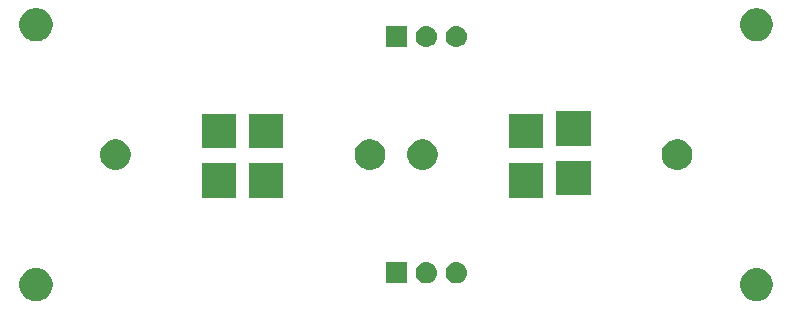
<source format=gts>
G04 #@! TF.GenerationSoftware,KiCad,Pcbnew,5.1.4-e60b266~84~ubuntu18.04.1*
G04 #@! TF.CreationDate,2019-09-12T19:10:06+05:30*
G04 #@! TF.ProjectId,SenseCam_SFH4715AS_rev1,53656e73-6543-4616-9d5f-534648343731,rev?*
G04 #@! TF.SameCoordinates,Original*
G04 #@! TF.FileFunction,Soldermask,Top*
G04 #@! TF.FilePolarity,Negative*
%FSLAX46Y46*%
G04 Gerber Fmt 4.6, Leading zero omitted, Abs format (unit mm)*
G04 Created by KiCad (PCBNEW 5.1.4-e60b266~84~ubuntu18.04.1) date 2019-09-12 19:10:06*
%MOMM*%
%LPD*%
G04 APERTURE LIST*
%ADD10C,0.100000*%
G04 APERTURE END LIST*
D10*
G36*
X73318433Y-32634893D02*
G01*
X73408657Y-32652839D01*
X73514267Y-32696585D01*
X73663621Y-32758449D01*
X73663622Y-32758450D01*
X73893086Y-32911772D01*
X74088228Y-33106914D01*
X74134807Y-33176625D01*
X74241551Y-33336379D01*
X74347161Y-33591344D01*
X74401000Y-33862012D01*
X74401000Y-34137988D01*
X74347161Y-34408656D01*
X74241551Y-34663621D01*
X74241550Y-34663622D01*
X74088228Y-34893086D01*
X73893086Y-35088228D01*
X73739763Y-35190675D01*
X73663621Y-35241551D01*
X73514267Y-35303415D01*
X73408657Y-35347161D01*
X73318433Y-35365107D01*
X73137988Y-35401000D01*
X72862012Y-35401000D01*
X72681567Y-35365107D01*
X72591343Y-35347161D01*
X72485733Y-35303415D01*
X72336379Y-35241551D01*
X72260237Y-35190675D01*
X72106914Y-35088228D01*
X71911772Y-34893086D01*
X71758450Y-34663622D01*
X71758449Y-34663621D01*
X71652839Y-34408656D01*
X71599000Y-34137988D01*
X71599000Y-33862012D01*
X71652839Y-33591344D01*
X71758449Y-33336379D01*
X71865193Y-33176625D01*
X71911772Y-33106914D01*
X72106914Y-32911772D01*
X72336378Y-32758450D01*
X72336379Y-32758449D01*
X72485733Y-32696585D01*
X72591343Y-32652839D01*
X72681567Y-32634893D01*
X72862012Y-32599000D01*
X73137988Y-32599000D01*
X73318433Y-32634893D01*
X73318433Y-32634893D01*
G37*
G36*
X12318433Y-32634893D02*
G01*
X12408657Y-32652839D01*
X12514267Y-32696585D01*
X12663621Y-32758449D01*
X12663622Y-32758450D01*
X12893086Y-32911772D01*
X13088228Y-33106914D01*
X13134807Y-33176625D01*
X13241551Y-33336379D01*
X13347161Y-33591344D01*
X13401000Y-33862012D01*
X13401000Y-34137988D01*
X13347161Y-34408656D01*
X13241551Y-34663621D01*
X13241550Y-34663622D01*
X13088228Y-34893086D01*
X12893086Y-35088228D01*
X12739763Y-35190675D01*
X12663621Y-35241551D01*
X12514267Y-35303415D01*
X12408657Y-35347161D01*
X12318433Y-35365107D01*
X12137988Y-35401000D01*
X11862012Y-35401000D01*
X11681567Y-35365107D01*
X11591343Y-35347161D01*
X11485733Y-35303415D01*
X11336379Y-35241551D01*
X11260237Y-35190675D01*
X11106914Y-35088228D01*
X10911772Y-34893086D01*
X10758450Y-34663622D01*
X10758449Y-34663621D01*
X10652839Y-34408656D01*
X10599000Y-34137988D01*
X10599000Y-33862012D01*
X10652839Y-33591344D01*
X10758449Y-33336379D01*
X10865193Y-33176625D01*
X10911772Y-33106914D01*
X11106914Y-32911772D01*
X11336378Y-32758450D01*
X11336379Y-32758449D01*
X11485733Y-32696585D01*
X11591343Y-32652839D01*
X11681567Y-32634893D01*
X11862012Y-32599000D01*
X12137988Y-32599000D01*
X12318433Y-32634893D01*
X12318433Y-32634893D01*
G37*
G36*
X43401000Y-33901000D02*
G01*
X41599000Y-33901000D01*
X41599000Y-32099000D01*
X43401000Y-32099000D01*
X43401000Y-33901000D01*
X43401000Y-33901000D01*
G37*
G36*
X45150443Y-32105519D02*
G01*
X45216627Y-32112037D01*
X45386466Y-32163557D01*
X45542991Y-32247222D01*
X45578729Y-32276552D01*
X45680186Y-32359814D01*
X45763448Y-32461271D01*
X45792778Y-32497009D01*
X45876443Y-32653534D01*
X45927963Y-32823373D01*
X45945359Y-33000000D01*
X45927963Y-33176627D01*
X45876443Y-33346466D01*
X45792778Y-33502991D01*
X45763448Y-33538729D01*
X45680186Y-33640186D01*
X45578729Y-33723448D01*
X45542991Y-33752778D01*
X45386466Y-33836443D01*
X45216627Y-33887963D01*
X45150442Y-33894482D01*
X45084260Y-33901000D01*
X44995740Y-33901000D01*
X44929558Y-33894482D01*
X44863373Y-33887963D01*
X44693534Y-33836443D01*
X44537009Y-33752778D01*
X44501271Y-33723448D01*
X44399814Y-33640186D01*
X44316552Y-33538729D01*
X44287222Y-33502991D01*
X44203557Y-33346466D01*
X44152037Y-33176627D01*
X44134641Y-33000000D01*
X44152037Y-32823373D01*
X44203557Y-32653534D01*
X44287222Y-32497009D01*
X44316552Y-32461271D01*
X44399814Y-32359814D01*
X44501271Y-32276552D01*
X44537009Y-32247222D01*
X44693534Y-32163557D01*
X44863373Y-32112037D01*
X44929557Y-32105519D01*
X44995740Y-32099000D01*
X45084260Y-32099000D01*
X45150443Y-32105519D01*
X45150443Y-32105519D01*
G37*
G36*
X47690443Y-32105519D02*
G01*
X47756627Y-32112037D01*
X47926466Y-32163557D01*
X48082991Y-32247222D01*
X48118729Y-32276552D01*
X48220186Y-32359814D01*
X48303448Y-32461271D01*
X48332778Y-32497009D01*
X48416443Y-32653534D01*
X48467963Y-32823373D01*
X48485359Y-33000000D01*
X48467963Y-33176627D01*
X48416443Y-33346466D01*
X48332778Y-33502991D01*
X48303448Y-33538729D01*
X48220186Y-33640186D01*
X48118729Y-33723448D01*
X48082991Y-33752778D01*
X47926466Y-33836443D01*
X47756627Y-33887963D01*
X47690442Y-33894482D01*
X47624260Y-33901000D01*
X47535740Y-33901000D01*
X47469558Y-33894482D01*
X47403373Y-33887963D01*
X47233534Y-33836443D01*
X47077009Y-33752778D01*
X47041271Y-33723448D01*
X46939814Y-33640186D01*
X46856552Y-33538729D01*
X46827222Y-33502991D01*
X46743557Y-33346466D01*
X46692037Y-33176627D01*
X46674641Y-33000000D01*
X46692037Y-32823373D01*
X46743557Y-32653534D01*
X46827222Y-32497009D01*
X46856552Y-32461271D01*
X46939814Y-32359814D01*
X47041271Y-32276552D01*
X47077009Y-32247222D01*
X47233534Y-32163557D01*
X47403373Y-32112037D01*
X47469557Y-32105519D01*
X47535740Y-32099000D01*
X47624260Y-32099000D01*
X47690443Y-32105519D01*
X47690443Y-32105519D01*
G37*
G36*
X54951000Y-26651000D02*
G01*
X52049000Y-26651000D01*
X52049000Y-23749000D01*
X54951000Y-23749000D01*
X54951000Y-26651000D01*
X54951000Y-26651000D01*
G37*
G36*
X32951000Y-26651000D02*
G01*
X30049000Y-26651000D01*
X30049000Y-23749000D01*
X32951000Y-23749000D01*
X32951000Y-26651000D01*
X32951000Y-26651000D01*
G37*
G36*
X28951000Y-26651000D02*
G01*
X26049000Y-26651000D01*
X26049000Y-23749000D01*
X28951000Y-23749000D01*
X28951000Y-26651000D01*
X28951000Y-26651000D01*
G37*
G36*
X58951000Y-26451000D02*
G01*
X56049000Y-26451000D01*
X56049000Y-23549000D01*
X58951000Y-23549000D01*
X58951000Y-26451000D01*
X58951000Y-26451000D01*
G37*
G36*
X40654487Y-21748996D02*
G01*
X40891253Y-21847068D01*
X40891255Y-21847069D01*
X41104339Y-21989447D01*
X41285553Y-22170661D01*
X41427932Y-22383747D01*
X41526004Y-22620513D01*
X41576000Y-22871861D01*
X41576000Y-23128139D01*
X41526004Y-23379487D01*
X41455789Y-23549000D01*
X41427931Y-23616255D01*
X41285553Y-23829339D01*
X41104339Y-24010553D01*
X40891255Y-24152931D01*
X40891254Y-24152932D01*
X40891253Y-24152932D01*
X40654487Y-24251004D01*
X40403139Y-24301000D01*
X40146861Y-24301000D01*
X39895513Y-24251004D01*
X39658747Y-24152932D01*
X39658746Y-24152932D01*
X39658745Y-24152931D01*
X39445661Y-24010553D01*
X39264447Y-23829339D01*
X39122069Y-23616255D01*
X39094211Y-23549000D01*
X39023996Y-23379487D01*
X38974000Y-23128139D01*
X38974000Y-22871861D01*
X39023996Y-22620513D01*
X39122068Y-22383747D01*
X39264447Y-22170661D01*
X39445661Y-21989447D01*
X39658745Y-21847069D01*
X39658747Y-21847068D01*
X39895513Y-21748996D01*
X40146861Y-21699000D01*
X40403139Y-21699000D01*
X40654487Y-21748996D01*
X40654487Y-21748996D01*
G37*
G36*
X19104487Y-21748996D02*
G01*
X19341253Y-21847068D01*
X19341255Y-21847069D01*
X19554339Y-21989447D01*
X19735553Y-22170661D01*
X19877932Y-22383747D01*
X19976004Y-22620513D01*
X20026000Y-22871861D01*
X20026000Y-23128139D01*
X19976004Y-23379487D01*
X19905789Y-23549000D01*
X19877931Y-23616255D01*
X19735553Y-23829339D01*
X19554339Y-24010553D01*
X19341255Y-24152931D01*
X19341254Y-24152932D01*
X19341253Y-24152932D01*
X19104487Y-24251004D01*
X18853139Y-24301000D01*
X18596861Y-24301000D01*
X18345513Y-24251004D01*
X18108747Y-24152932D01*
X18108746Y-24152932D01*
X18108745Y-24152931D01*
X17895661Y-24010553D01*
X17714447Y-23829339D01*
X17572069Y-23616255D01*
X17544211Y-23549000D01*
X17473996Y-23379487D01*
X17424000Y-23128139D01*
X17424000Y-22871861D01*
X17473996Y-22620513D01*
X17572068Y-22383747D01*
X17714447Y-22170661D01*
X17895661Y-21989447D01*
X18108745Y-21847069D01*
X18108747Y-21847068D01*
X18345513Y-21748996D01*
X18596861Y-21699000D01*
X18853139Y-21699000D01*
X19104487Y-21748996D01*
X19104487Y-21748996D01*
G37*
G36*
X66654487Y-21748996D02*
G01*
X66891253Y-21847068D01*
X66891255Y-21847069D01*
X67104339Y-21989447D01*
X67285553Y-22170661D01*
X67427932Y-22383747D01*
X67526004Y-22620513D01*
X67576000Y-22871861D01*
X67576000Y-23128139D01*
X67526004Y-23379487D01*
X67455789Y-23549000D01*
X67427931Y-23616255D01*
X67285553Y-23829339D01*
X67104339Y-24010553D01*
X66891255Y-24152931D01*
X66891254Y-24152932D01*
X66891253Y-24152932D01*
X66654487Y-24251004D01*
X66403139Y-24301000D01*
X66146861Y-24301000D01*
X65895513Y-24251004D01*
X65658747Y-24152932D01*
X65658746Y-24152932D01*
X65658745Y-24152931D01*
X65445661Y-24010553D01*
X65264447Y-23829339D01*
X65122069Y-23616255D01*
X65094211Y-23549000D01*
X65023996Y-23379487D01*
X64974000Y-23128139D01*
X64974000Y-22871861D01*
X65023996Y-22620513D01*
X65122068Y-22383747D01*
X65264447Y-22170661D01*
X65445661Y-21989447D01*
X65658745Y-21847069D01*
X65658747Y-21847068D01*
X65895513Y-21748996D01*
X66146861Y-21699000D01*
X66403139Y-21699000D01*
X66654487Y-21748996D01*
X66654487Y-21748996D01*
G37*
G36*
X45104487Y-21748996D02*
G01*
X45341253Y-21847068D01*
X45341255Y-21847069D01*
X45554339Y-21989447D01*
X45735553Y-22170661D01*
X45877932Y-22383747D01*
X45976004Y-22620513D01*
X46026000Y-22871861D01*
X46026000Y-23128139D01*
X45976004Y-23379487D01*
X45905789Y-23549000D01*
X45877931Y-23616255D01*
X45735553Y-23829339D01*
X45554339Y-24010553D01*
X45341255Y-24152931D01*
X45341254Y-24152932D01*
X45341253Y-24152932D01*
X45104487Y-24251004D01*
X44853139Y-24301000D01*
X44596861Y-24301000D01*
X44345513Y-24251004D01*
X44108747Y-24152932D01*
X44108746Y-24152932D01*
X44108745Y-24152931D01*
X43895661Y-24010553D01*
X43714447Y-23829339D01*
X43572069Y-23616255D01*
X43544211Y-23549000D01*
X43473996Y-23379487D01*
X43424000Y-23128139D01*
X43424000Y-22871861D01*
X43473996Y-22620513D01*
X43572068Y-22383747D01*
X43714447Y-22170661D01*
X43895661Y-21989447D01*
X44108745Y-21847069D01*
X44108747Y-21847068D01*
X44345513Y-21748996D01*
X44596861Y-21699000D01*
X44853139Y-21699000D01*
X45104487Y-21748996D01*
X45104487Y-21748996D01*
G37*
G36*
X54951000Y-22451000D02*
G01*
X52049000Y-22451000D01*
X52049000Y-19549000D01*
X54951000Y-19549000D01*
X54951000Y-22451000D01*
X54951000Y-22451000D01*
G37*
G36*
X32951000Y-22451000D02*
G01*
X30049000Y-22451000D01*
X30049000Y-19549000D01*
X32951000Y-19549000D01*
X32951000Y-22451000D01*
X32951000Y-22451000D01*
G37*
G36*
X28951000Y-22426000D02*
G01*
X26049000Y-22426000D01*
X26049000Y-19524000D01*
X28951000Y-19524000D01*
X28951000Y-22426000D01*
X28951000Y-22426000D01*
G37*
G36*
X58951000Y-22251000D02*
G01*
X56049000Y-22251000D01*
X56049000Y-19349000D01*
X58951000Y-19349000D01*
X58951000Y-22251000D01*
X58951000Y-22251000D01*
G37*
G36*
X45150443Y-12105519D02*
G01*
X45216627Y-12112037D01*
X45386466Y-12163557D01*
X45542991Y-12247222D01*
X45578729Y-12276552D01*
X45680186Y-12359814D01*
X45763448Y-12461271D01*
X45792778Y-12497009D01*
X45876443Y-12653534D01*
X45927963Y-12823373D01*
X45945359Y-13000000D01*
X45927963Y-13176627D01*
X45876443Y-13346466D01*
X45792778Y-13502991D01*
X45763448Y-13538729D01*
X45680186Y-13640186D01*
X45578729Y-13723448D01*
X45542991Y-13752778D01*
X45386466Y-13836443D01*
X45216627Y-13887963D01*
X45150443Y-13894481D01*
X45084260Y-13901000D01*
X44995740Y-13901000D01*
X44929557Y-13894481D01*
X44863373Y-13887963D01*
X44693534Y-13836443D01*
X44537009Y-13752778D01*
X44501271Y-13723448D01*
X44399814Y-13640186D01*
X44316552Y-13538729D01*
X44287222Y-13502991D01*
X44203557Y-13346466D01*
X44152037Y-13176627D01*
X44134641Y-13000000D01*
X44152037Y-12823373D01*
X44203557Y-12653534D01*
X44287222Y-12497009D01*
X44316552Y-12461271D01*
X44399814Y-12359814D01*
X44501271Y-12276552D01*
X44537009Y-12247222D01*
X44693534Y-12163557D01*
X44863373Y-12112037D01*
X44929557Y-12105519D01*
X44995740Y-12099000D01*
X45084260Y-12099000D01*
X45150443Y-12105519D01*
X45150443Y-12105519D01*
G37*
G36*
X43401000Y-13901000D02*
G01*
X41599000Y-13901000D01*
X41599000Y-12099000D01*
X43401000Y-12099000D01*
X43401000Y-13901000D01*
X43401000Y-13901000D01*
G37*
G36*
X47690443Y-12105519D02*
G01*
X47756627Y-12112037D01*
X47926466Y-12163557D01*
X48082991Y-12247222D01*
X48118729Y-12276552D01*
X48220186Y-12359814D01*
X48303448Y-12461271D01*
X48332778Y-12497009D01*
X48416443Y-12653534D01*
X48467963Y-12823373D01*
X48485359Y-13000000D01*
X48467963Y-13176627D01*
X48416443Y-13346466D01*
X48332778Y-13502991D01*
X48303448Y-13538729D01*
X48220186Y-13640186D01*
X48118729Y-13723448D01*
X48082991Y-13752778D01*
X47926466Y-13836443D01*
X47756627Y-13887963D01*
X47690443Y-13894481D01*
X47624260Y-13901000D01*
X47535740Y-13901000D01*
X47469557Y-13894481D01*
X47403373Y-13887963D01*
X47233534Y-13836443D01*
X47077009Y-13752778D01*
X47041271Y-13723448D01*
X46939814Y-13640186D01*
X46856552Y-13538729D01*
X46827222Y-13502991D01*
X46743557Y-13346466D01*
X46692037Y-13176627D01*
X46674641Y-13000000D01*
X46692037Y-12823373D01*
X46743557Y-12653534D01*
X46827222Y-12497009D01*
X46856552Y-12461271D01*
X46939814Y-12359814D01*
X47041271Y-12276552D01*
X47077009Y-12247222D01*
X47233534Y-12163557D01*
X47403373Y-12112037D01*
X47469557Y-12105519D01*
X47535740Y-12099000D01*
X47624260Y-12099000D01*
X47690443Y-12105519D01*
X47690443Y-12105519D01*
G37*
G36*
X73318433Y-10634893D02*
G01*
X73408657Y-10652839D01*
X73514267Y-10696585D01*
X73663621Y-10758449D01*
X73663622Y-10758450D01*
X73893086Y-10911772D01*
X74088228Y-11106914D01*
X74190675Y-11260237D01*
X74241551Y-11336379D01*
X74347161Y-11591344D01*
X74401000Y-11862012D01*
X74401000Y-12137988D01*
X74347161Y-12408656D01*
X74241551Y-12663621D01*
X74241550Y-12663622D01*
X74088228Y-12893086D01*
X73893086Y-13088228D01*
X73760790Y-13176625D01*
X73663621Y-13241551D01*
X73514267Y-13303415D01*
X73408657Y-13347161D01*
X73318433Y-13365107D01*
X73137988Y-13401000D01*
X72862012Y-13401000D01*
X72681567Y-13365107D01*
X72591343Y-13347161D01*
X72485733Y-13303415D01*
X72336379Y-13241551D01*
X72239210Y-13176625D01*
X72106914Y-13088228D01*
X71911772Y-12893086D01*
X71758450Y-12663622D01*
X71758449Y-12663621D01*
X71652839Y-12408656D01*
X71599000Y-12137988D01*
X71599000Y-11862012D01*
X71652839Y-11591344D01*
X71758449Y-11336379D01*
X71809325Y-11260237D01*
X71911772Y-11106914D01*
X72106914Y-10911772D01*
X72336378Y-10758450D01*
X72336379Y-10758449D01*
X72485733Y-10696585D01*
X72591343Y-10652839D01*
X72681567Y-10634893D01*
X72862012Y-10599000D01*
X73137988Y-10599000D01*
X73318433Y-10634893D01*
X73318433Y-10634893D01*
G37*
G36*
X12318433Y-10634893D02*
G01*
X12408657Y-10652839D01*
X12514267Y-10696585D01*
X12663621Y-10758449D01*
X12663622Y-10758450D01*
X12893086Y-10911772D01*
X13088228Y-11106914D01*
X13190675Y-11260237D01*
X13241551Y-11336379D01*
X13347161Y-11591344D01*
X13401000Y-11862012D01*
X13401000Y-12137988D01*
X13347161Y-12408656D01*
X13241551Y-12663621D01*
X13241550Y-12663622D01*
X13088228Y-12893086D01*
X12893086Y-13088228D01*
X12760790Y-13176625D01*
X12663621Y-13241551D01*
X12514267Y-13303415D01*
X12408657Y-13347161D01*
X12318433Y-13365107D01*
X12137988Y-13401000D01*
X11862012Y-13401000D01*
X11681567Y-13365107D01*
X11591343Y-13347161D01*
X11485733Y-13303415D01*
X11336379Y-13241551D01*
X11239210Y-13176625D01*
X11106914Y-13088228D01*
X10911772Y-12893086D01*
X10758450Y-12663622D01*
X10758449Y-12663621D01*
X10652839Y-12408656D01*
X10599000Y-12137988D01*
X10599000Y-11862012D01*
X10652839Y-11591344D01*
X10758449Y-11336379D01*
X10809325Y-11260237D01*
X10911772Y-11106914D01*
X11106914Y-10911772D01*
X11336378Y-10758450D01*
X11336379Y-10758449D01*
X11485733Y-10696585D01*
X11591343Y-10652839D01*
X11681567Y-10634893D01*
X11862012Y-10599000D01*
X12137988Y-10599000D01*
X12318433Y-10634893D01*
X12318433Y-10634893D01*
G37*
M02*

</source>
